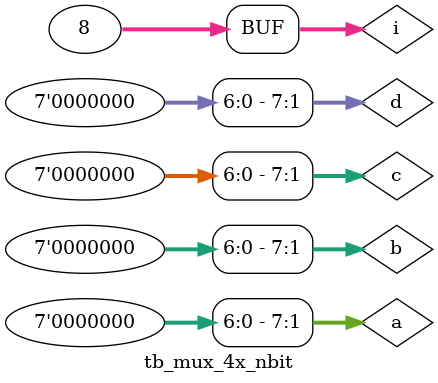
<source format=v>
module mux_4x_nbit
    // Parameters section
  #( parameter BUS_WIDTH = 8)
    // Ports section
  (input [BUS_WIDTH-1:0] a,
   input [BUS_WIDTH-1:0] b,
   input [BUS_WIDTH-1:0] c,
   input [BUS_WIDTH-1:0] d,
   input [1:0] sel,
   output reg [BUS_WIDTH-1:0] y
  );
  
  always @(*) begin
    case (sel)
        2'd0 :  begin y = a; end
        2'd1 :  begin y = b; end
        2'd2 :  begin y = c; end
        2'd3 :  begin y = d; end
        default: begin y = a; end
    endcase
  end
  
endmodule


`timescale 1us/1ns
module tb_mux_4x_nbit(
    // no inputs here ;)
    );
	
   parameter BUS_WIDTH = 8;
   reg [BUS_WIDTH-1:0] a;
   reg [BUS_WIDTH-1:0] b;
   reg [BUS_WIDTH-1:0] c;
   reg [BUS_WIDTH-1:0] d;
   reg [1:0] sel;
   wire [BUS_WIDTH-1:0] y;
   integer i;


    // Instantiate the DUT 
    mux_4x_nbit
        #(.BUS_WIDTH(BUS_WIDTH))
        MUX0 (
        .a(a),
        .b(b),
        .c(c),
        .d(d),
        .sel(sel),
        .y(y)
    );
  
    // Create stimulus
    initial begin
        $monitor($time, " a = %d, b = %d, c = %d, d = %d, sel = %d, y = %d", 
                 a, b, c, d, sel, y);
        #1; sel = 0; a = 0; b = 0; c = 0; d = 0;
        for (i = 0; i<8; i=i+1) begin
            #1; sel = $urandom%4; a = $urandom; b = $urandom; c = $urandom; d = $urandom;
        end
    end
  
endmodule
</source>
